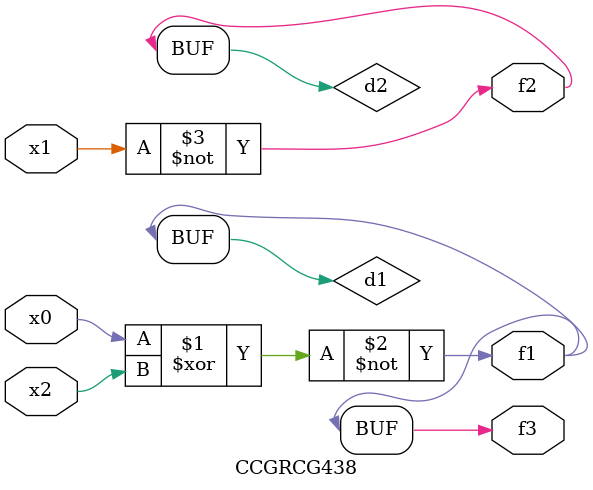
<source format=v>
module CCGRCG438(
	input x0, x1, x2,
	output f1, f2, f3
);

	wire d1, d2, d3;

	xnor (d1, x0, x2);
	nand (d2, x1);
	nor (d3, x1, x2);
	assign f1 = d1;
	assign f2 = d2;
	assign f3 = d1;
endmodule

</source>
